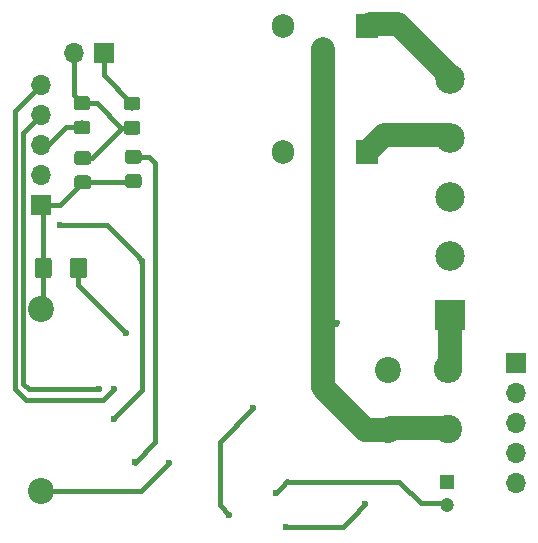
<source format=gbr>
G04 #@! TF.GenerationSoftware,KiCad,Pcbnew,5.0.1*
G04 #@! TF.CreationDate,2019-01-05T16:55:50+01:00*
G04 #@! TF.ProjectId,sensor_board-ac-7 -without-regulator-2,73656E736F725F626F6172642D61632D,V1.2*
G04 #@! TF.SameCoordinates,Original*
G04 #@! TF.FileFunction,Copper,L1,Top,Signal*
G04 #@! TF.FilePolarity,Positive*
%FSLAX46Y46*%
G04 Gerber Fmt 4.6, Leading zero omitted, Abs format (unit mm)*
G04 Created by KiCad (PCBNEW 5.0.1) date Sat 05 Jan 2019 04:55:50 PM CET*
%MOMM*%
%LPD*%
G01*
G04 APERTURE LIST*
G04 #@! TA.AperFunction,Conductor*
%ADD10C,0.100000*%
G04 #@! TD*
G04 #@! TA.AperFunction,SMDPad,CuDef*
%ADD11C,1.425000*%
G04 #@! TD*
G04 #@! TA.AperFunction,ComponentPad*
%ADD12O,2.400000X2.400000*%
G04 #@! TD*
G04 #@! TA.AperFunction,ComponentPad*
%ADD13C,2.400000*%
G04 #@! TD*
G04 #@! TA.AperFunction,ComponentPad*
%ADD14C,2.500000*%
G04 #@! TD*
G04 #@! TA.AperFunction,ComponentPad*
%ADD15R,2.500000X2.500000*%
G04 #@! TD*
G04 #@! TA.AperFunction,ComponentPad*
%ADD16O,1.700000X1.700000*%
G04 #@! TD*
G04 #@! TA.AperFunction,ComponentPad*
%ADD17R,1.700000X1.700000*%
G04 #@! TD*
G04 #@! TA.AperFunction,ComponentPad*
%ADD18C,1.200000*%
G04 #@! TD*
G04 #@! TA.AperFunction,ComponentPad*
%ADD19R,1.200000X1.200000*%
G04 #@! TD*
G04 #@! TA.AperFunction,ComponentPad*
%ADD20C,2.200000*%
G04 #@! TD*
G04 #@! TA.AperFunction,ComponentPad*
%ADD21R,1.905000X2.000000*%
G04 #@! TD*
G04 #@! TA.AperFunction,ComponentPad*
%ADD22O,1.905000X2.000000*%
G04 #@! TD*
G04 #@! TA.AperFunction,SMDPad,CuDef*
%ADD23C,1.150000*%
G04 #@! TD*
G04 #@! TA.AperFunction,ViaPad*
%ADD24C,0.600000*%
G04 #@! TD*
G04 #@! TA.AperFunction,Conductor*
%ADD25C,0.400000*%
G04 #@! TD*
G04 #@! TA.AperFunction,Conductor*
%ADD26C,2.000000*%
G04 #@! TD*
G04 APERTURE END LIST*
D10*
G04 #@! TO.N,GND*
G04 #@! TO.C,C7*
G36*
X34905604Y-47812924D02*
X34929873Y-47816524D01*
X34953671Y-47822485D01*
X34976771Y-47830750D01*
X34998949Y-47841240D01*
X35019993Y-47853853D01*
X35039698Y-47868467D01*
X35057877Y-47884943D01*
X35074353Y-47903122D01*
X35088967Y-47922827D01*
X35101580Y-47943871D01*
X35112070Y-47966049D01*
X35120335Y-47989149D01*
X35126296Y-48012947D01*
X35129896Y-48037216D01*
X35131100Y-48061720D01*
X35131100Y-49311720D01*
X35129896Y-49336224D01*
X35126296Y-49360493D01*
X35120335Y-49384291D01*
X35112070Y-49407391D01*
X35101580Y-49429569D01*
X35088967Y-49450613D01*
X35074353Y-49470318D01*
X35057877Y-49488497D01*
X35039698Y-49504973D01*
X35019993Y-49519587D01*
X34998949Y-49532200D01*
X34976771Y-49542690D01*
X34953671Y-49550955D01*
X34929873Y-49556916D01*
X34905604Y-49560516D01*
X34881100Y-49561720D01*
X33956100Y-49561720D01*
X33931596Y-49560516D01*
X33907327Y-49556916D01*
X33883529Y-49550955D01*
X33860429Y-49542690D01*
X33838251Y-49532200D01*
X33817207Y-49519587D01*
X33797502Y-49504973D01*
X33779323Y-49488497D01*
X33762847Y-49470318D01*
X33748233Y-49450613D01*
X33735620Y-49429569D01*
X33725130Y-49407391D01*
X33716865Y-49384291D01*
X33710904Y-49360493D01*
X33707304Y-49336224D01*
X33706100Y-49311720D01*
X33706100Y-48061720D01*
X33707304Y-48037216D01*
X33710904Y-48012947D01*
X33716865Y-47989149D01*
X33725130Y-47966049D01*
X33735620Y-47943871D01*
X33748233Y-47922827D01*
X33762847Y-47903122D01*
X33779323Y-47884943D01*
X33797502Y-47868467D01*
X33817207Y-47853853D01*
X33838251Y-47841240D01*
X33860429Y-47830750D01*
X33883529Y-47822485D01*
X33907327Y-47816524D01*
X33931596Y-47812924D01*
X33956100Y-47811720D01*
X34881100Y-47811720D01*
X34905604Y-47812924D01*
X34905604Y-47812924D01*
G37*
D11*
G04 #@! TD*
G04 #@! TO.P,C7,1*
G04 #@! TO.N,GND*
X34418600Y-48686720D03*
D10*
G04 #@! TO.N,+3V3*
G04 #@! TO.C,C7*
G36*
X31930604Y-47812924D02*
X31954873Y-47816524D01*
X31978671Y-47822485D01*
X32001771Y-47830750D01*
X32023949Y-47841240D01*
X32044993Y-47853853D01*
X32064698Y-47868467D01*
X32082877Y-47884943D01*
X32099353Y-47903122D01*
X32113967Y-47922827D01*
X32126580Y-47943871D01*
X32137070Y-47966049D01*
X32145335Y-47989149D01*
X32151296Y-48012947D01*
X32154896Y-48037216D01*
X32156100Y-48061720D01*
X32156100Y-49311720D01*
X32154896Y-49336224D01*
X32151296Y-49360493D01*
X32145335Y-49384291D01*
X32137070Y-49407391D01*
X32126580Y-49429569D01*
X32113967Y-49450613D01*
X32099353Y-49470318D01*
X32082877Y-49488497D01*
X32064698Y-49504973D01*
X32044993Y-49519587D01*
X32023949Y-49532200D01*
X32001771Y-49542690D01*
X31978671Y-49550955D01*
X31954873Y-49556916D01*
X31930604Y-49560516D01*
X31906100Y-49561720D01*
X30981100Y-49561720D01*
X30956596Y-49560516D01*
X30932327Y-49556916D01*
X30908529Y-49550955D01*
X30885429Y-49542690D01*
X30863251Y-49532200D01*
X30842207Y-49519587D01*
X30822502Y-49504973D01*
X30804323Y-49488497D01*
X30787847Y-49470318D01*
X30773233Y-49450613D01*
X30760620Y-49429569D01*
X30750130Y-49407391D01*
X30741865Y-49384291D01*
X30735904Y-49360493D01*
X30732304Y-49336224D01*
X30731100Y-49311720D01*
X30731100Y-48061720D01*
X30732304Y-48037216D01*
X30735904Y-48012947D01*
X30741865Y-47989149D01*
X30750130Y-47966049D01*
X30760620Y-47943871D01*
X30773233Y-47922827D01*
X30787847Y-47903122D01*
X30804323Y-47884943D01*
X30822502Y-47868467D01*
X30842207Y-47853853D01*
X30863251Y-47841240D01*
X30885429Y-47830750D01*
X30908529Y-47822485D01*
X30932327Y-47816524D01*
X30956596Y-47812924D01*
X30981100Y-47811720D01*
X31906100Y-47811720D01*
X31930604Y-47812924D01*
X31930604Y-47812924D01*
G37*
D11*
G04 #@! TD*
G04 #@! TO.P,C7,2*
G04 #@! TO.N,+3V3*
X31443600Y-48686720D03*
D12*
G04 #@! TO.P,F1,2*
G04 #@! TO.N,Net-(F1-Pad2)*
X65737740Y-57238900D03*
D13*
G04 #@! TO.P,F1,1*
G04 #@! TO.N,LINE*
X65737740Y-62318900D03*
G04 #@! TD*
D14*
G04 #@! TO.P,J1,5*
G04 #@! TO.N,Net-(J1-Pad5)*
X65854580Y-32661820D03*
G04 #@! TO.P,J1,4*
G04 #@! TO.N,Net-(J1-Pad4)*
X65854580Y-37661820D03*
G04 #@! TO.P,J1,3*
G04 #@! TO.N,SW_1_LINE*
X65854580Y-42661820D03*
G04 #@! TO.P,J1,2*
G04 #@! TO.N,NEUT*
X65854580Y-47661820D03*
D15*
G04 #@! TO.P,J1,1*
G04 #@! TO.N,Net-(F1-Pad2)*
X65854580Y-52661820D03*
G04 #@! TD*
D16*
G04 #@! TO.P,J2,2*
G04 #@! TO.N,Net-(J2-Pad2)*
X34038540Y-30467300D03*
D17*
G04 #@! TO.P,J2,1*
G04 #@! TO.N,Net-(J2-Pad1)*
X36578540Y-30467300D03*
G04 #@! TD*
D18*
G04 #@! TO.P,C2,2*
G04 #@! TO.N,Net-(C2-Pad2)*
X65641220Y-68781681D03*
D19*
G04 #@! TO.P,C2,1*
G04 #@! TO.N,Net-(C2-Pad1)*
X65641220Y-66781680D03*
G04 #@! TD*
D20*
G04 #@! TO.P,U1,1*
G04 #@! TO.N,LINE*
X60661300Y-62370340D03*
G04 #@! TO.P,U1,2*
G04 #@! TO.N,NEUT*
X60661300Y-57370340D03*
G04 #@! TO.P,U1,3*
G04 #@! TO.N,GND*
X31261300Y-67570340D03*
G04 #@! TO.P,U1,4*
G04 #@! TO.N,+3V3*
X31261300Y-52170340D03*
G04 #@! TD*
D16*
G04 #@! TO.P,J3,5*
G04 #@! TO.N,Net-(J3-Pad5)*
X31254700Y-33197800D03*
G04 #@! TO.P,J3,4*
G04 #@! TO.N,Net-(J3-Pad4)*
X31254700Y-35737800D03*
G04 #@! TO.P,J3,3*
G04 #@! TO.N,GND*
X31254700Y-38277800D03*
G04 #@! TO.P,J3,2*
G04 #@! TO.N,N/C*
X31254700Y-40817800D03*
D17*
G04 #@! TO.P,J3,1*
G04 #@! TO.N,+3V3*
X31254700Y-43357800D03*
G04 #@! TD*
D21*
G04 #@! TO.P,Q1,1*
G04 #@! TO.N,Net-(J1-Pad5)*
X58836560Y-28178760D03*
D22*
G04 #@! TO.P,Q1,2*
G04 #@! TO.N,LINE*
X55105300Y-30124400D03*
G04 #@! TO.P,Q1,3*
G04 #@! TO.N,Net-(Q1-Pad3)*
X51706780Y-28196540D03*
G04 #@! TD*
G04 #@! TO.P,Q2,3*
G04 #@! TO.N,Net-(Q2-Pad3)*
X51757580Y-38846760D03*
G04 #@! TO.P,Q2,2*
G04 #@! TO.N,LINE*
X55123080Y-40878760D03*
D21*
G04 #@! TO.P,Q2,1*
G04 #@! TO.N,Net-(J1-Pad4)*
X58864500Y-38834060D03*
G04 #@! TD*
D10*
G04 #@! TO.N,+3V3*
G04 #@! TO.C,R11*
G36*
X35252185Y-40860064D02*
X35276453Y-40863664D01*
X35300252Y-40869625D01*
X35323351Y-40877890D01*
X35345530Y-40888380D01*
X35366573Y-40900992D01*
X35386279Y-40915607D01*
X35404457Y-40932083D01*
X35420933Y-40950261D01*
X35435548Y-40969967D01*
X35448160Y-40991010D01*
X35458650Y-41013189D01*
X35466915Y-41036288D01*
X35472876Y-41060087D01*
X35476476Y-41084355D01*
X35477680Y-41108859D01*
X35477680Y-41758861D01*
X35476476Y-41783365D01*
X35472876Y-41807633D01*
X35466915Y-41831432D01*
X35458650Y-41854531D01*
X35448160Y-41876710D01*
X35435548Y-41897753D01*
X35420933Y-41917459D01*
X35404457Y-41935637D01*
X35386279Y-41952113D01*
X35366573Y-41966728D01*
X35345530Y-41979340D01*
X35323351Y-41989830D01*
X35300252Y-41998095D01*
X35276453Y-42004056D01*
X35252185Y-42007656D01*
X35227681Y-42008860D01*
X34327679Y-42008860D01*
X34303175Y-42007656D01*
X34278907Y-42004056D01*
X34255108Y-41998095D01*
X34232009Y-41989830D01*
X34209830Y-41979340D01*
X34188787Y-41966728D01*
X34169081Y-41952113D01*
X34150903Y-41935637D01*
X34134427Y-41917459D01*
X34119812Y-41897753D01*
X34107200Y-41876710D01*
X34096710Y-41854531D01*
X34088445Y-41831432D01*
X34082484Y-41807633D01*
X34078884Y-41783365D01*
X34077680Y-41758861D01*
X34077680Y-41108859D01*
X34078884Y-41084355D01*
X34082484Y-41060087D01*
X34088445Y-41036288D01*
X34096710Y-41013189D01*
X34107200Y-40991010D01*
X34119812Y-40969967D01*
X34134427Y-40950261D01*
X34150903Y-40932083D01*
X34169081Y-40915607D01*
X34188787Y-40900992D01*
X34209830Y-40888380D01*
X34232009Y-40877890D01*
X34255108Y-40869625D01*
X34278907Y-40863664D01*
X34303175Y-40860064D01*
X34327679Y-40858860D01*
X35227681Y-40858860D01*
X35252185Y-40860064D01*
X35252185Y-40860064D01*
G37*
D23*
G04 #@! TD*
G04 #@! TO.P,R11,2*
G04 #@! TO.N,+3V3*
X34777680Y-41433860D03*
D10*
G04 #@! TO.N,Net-(J2-Pad2)*
G04 #@! TO.C,R11*
G36*
X35252185Y-38810064D02*
X35276453Y-38813664D01*
X35300252Y-38819625D01*
X35323351Y-38827890D01*
X35345530Y-38838380D01*
X35366573Y-38850992D01*
X35386279Y-38865607D01*
X35404457Y-38882083D01*
X35420933Y-38900261D01*
X35435548Y-38919967D01*
X35448160Y-38941010D01*
X35458650Y-38963189D01*
X35466915Y-38986288D01*
X35472876Y-39010087D01*
X35476476Y-39034355D01*
X35477680Y-39058859D01*
X35477680Y-39708861D01*
X35476476Y-39733365D01*
X35472876Y-39757633D01*
X35466915Y-39781432D01*
X35458650Y-39804531D01*
X35448160Y-39826710D01*
X35435548Y-39847753D01*
X35420933Y-39867459D01*
X35404457Y-39885637D01*
X35386279Y-39902113D01*
X35366573Y-39916728D01*
X35345530Y-39929340D01*
X35323351Y-39939830D01*
X35300252Y-39948095D01*
X35276453Y-39954056D01*
X35252185Y-39957656D01*
X35227681Y-39958860D01*
X34327679Y-39958860D01*
X34303175Y-39957656D01*
X34278907Y-39954056D01*
X34255108Y-39948095D01*
X34232009Y-39939830D01*
X34209830Y-39929340D01*
X34188787Y-39916728D01*
X34169081Y-39902113D01*
X34150903Y-39885637D01*
X34134427Y-39867459D01*
X34119812Y-39847753D01*
X34107200Y-39826710D01*
X34096710Y-39804531D01*
X34088445Y-39781432D01*
X34082484Y-39757633D01*
X34078884Y-39733365D01*
X34077680Y-39708861D01*
X34077680Y-39058859D01*
X34078884Y-39034355D01*
X34082484Y-39010087D01*
X34088445Y-38986288D01*
X34096710Y-38963189D01*
X34107200Y-38941010D01*
X34119812Y-38919967D01*
X34134427Y-38900261D01*
X34150903Y-38882083D01*
X34169081Y-38865607D01*
X34188787Y-38850992D01*
X34209830Y-38838380D01*
X34232009Y-38827890D01*
X34255108Y-38819625D01*
X34278907Y-38813664D01*
X34303175Y-38810064D01*
X34327679Y-38808860D01*
X35227681Y-38808860D01*
X35252185Y-38810064D01*
X35252185Y-38810064D01*
G37*
D23*
G04 #@! TD*
G04 #@! TO.P,R11,1*
G04 #@! TO.N,Net-(J2-Pad2)*
X34777680Y-39383860D03*
D10*
G04 #@! TO.N,Net-(J2-Pad1)*
G04 #@! TO.C,R12*
G36*
X39433025Y-34197424D02*
X39457293Y-34201024D01*
X39481092Y-34206985D01*
X39504191Y-34215250D01*
X39526370Y-34225740D01*
X39547413Y-34238352D01*
X39567119Y-34252967D01*
X39585297Y-34269443D01*
X39601773Y-34287621D01*
X39616388Y-34307327D01*
X39629000Y-34328370D01*
X39639490Y-34350549D01*
X39647755Y-34373648D01*
X39653716Y-34397447D01*
X39657316Y-34421715D01*
X39658520Y-34446219D01*
X39658520Y-35096221D01*
X39657316Y-35120725D01*
X39653716Y-35144993D01*
X39647755Y-35168792D01*
X39639490Y-35191891D01*
X39629000Y-35214070D01*
X39616388Y-35235113D01*
X39601773Y-35254819D01*
X39585297Y-35272997D01*
X39567119Y-35289473D01*
X39547413Y-35304088D01*
X39526370Y-35316700D01*
X39504191Y-35327190D01*
X39481092Y-35335455D01*
X39457293Y-35341416D01*
X39433025Y-35345016D01*
X39408521Y-35346220D01*
X38508519Y-35346220D01*
X38484015Y-35345016D01*
X38459747Y-35341416D01*
X38435948Y-35335455D01*
X38412849Y-35327190D01*
X38390670Y-35316700D01*
X38369627Y-35304088D01*
X38349921Y-35289473D01*
X38331743Y-35272997D01*
X38315267Y-35254819D01*
X38300652Y-35235113D01*
X38288040Y-35214070D01*
X38277550Y-35191891D01*
X38269285Y-35168792D01*
X38263324Y-35144993D01*
X38259724Y-35120725D01*
X38258520Y-35096221D01*
X38258520Y-34446219D01*
X38259724Y-34421715D01*
X38263324Y-34397447D01*
X38269285Y-34373648D01*
X38277550Y-34350549D01*
X38288040Y-34328370D01*
X38300652Y-34307327D01*
X38315267Y-34287621D01*
X38331743Y-34269443D01*
X38349921Y-34252967D01*
X38369627Y-34238352D01*
X38390670Y-34225740D01*
X38412849Y-34215250D01*
X38435948Y-34206985D01*
X38459747Y-34201024D01*
X38484015Y-34197424D01*
X38508519Y-34196220D01*
X39408521Y-34196220D01*
X39433025Y-34197424D01*
X39433025Y-34197424D01*
G37*
D23*
G04 #@! TD*
G04 #@! TO.P,R12,2*
G04 #@! TO.N,Net-(J2-Pad1)*
X38958520Y-34771220D03*
D10*
G04 #@! TO.N,Net-(J2-Pad2)*
G04 #@! TO.C,R12*
G36*
X39433025Y-36247424D02*
X39457293Y-36251024D01*
X39481092Y-36256985D01*
X39504191Y-36265250D01*
X39526370Y-36275740D01*
X39547413Y-36288352D01*
X39567119Y-36302967D01*
X39585297Y-36319443D01*
X39601773Y-36337621D01*
X39616388Y-36357327D01*
X39629000Y-36378370D01*
X39639490Y-36400549D01*
X39647755Y-36423648D01*
X39653716Y-36447447D01*
X39657316Y-36471715D01*
X39658520Y-36496219D01*
X39658520Y-37146221D01*
X39657316Y-37170725D01*
X39653716Y-37194993D01*
X39647755Y-37218792D01*
X39639490Y-37241891D01*
X39629000Y-37264070D01*
X39616388Y-37285113D01*
X39601773Y-37304819D01*
X39585297Y-37322997D01*
X39567119Y-37339473D01*
X39547413Y-37354088D01*
X39526370Y-37366700D01*
X39504191Y-37377190D01*
X39481092Y-37385455D01*
X39457293Y-37391416D01*
X39433025Y-37395016D01*
X39408521Y-37396220D01*
X38508519Y-37396220D01*
X38484015Y-37395016D01*
X38459747Y-37391416D01*
X38435948Y-37385455D01*
X38412849Y-37377190D01*
X38390670Y-37366700D01*
X38369627Y-37354088D01*
X38349921Y-37339473D01*
X38331743Y-37322997D01*
X38315267Y-37304819D01*
X38300652Y-37285113D01*
X38288040Y-37264070D01*
X38277550Y-37241891D01*
X38269285Y-37218792D01*
X38263324Y-37194993D01*
X38259724Y-37170725D01*
X38258520Y-37146221D01*
X38258520Y-36496219D01*
X38259724Y-36471715D01*
X38263324Y-36447447D01*
X38269285Y-36423648D01*
X38277550Y-36400549D01*
X38288040Y-36378370D01*
X38300652Y-36357327D01*
X38315267Y-36337621D01*
X38331743Y-36319443D01*
X38349921Y-36302967D01*
X38369627Y-36288352D01*
X38390670Y-36275740D01*
X38412849Y-36265250D01*
X38435948Y-36256985D01*
X38459747Y-36251024D01*
X38484015Y-36247424D01*
X38508519Y-36246220D01*
X39408521Y-36246220D01*
X39433025Y-36247424D01*
X39433025Y-36247424D01*
G37*
D23*
G04 #@! TD*
G04 #@! TO.P,R12,1*
G04 #@! TO.N,Net-(J2-Pad2)*
X38958520Y-36821220D03*
D10*
G04 #@! TO.N,GND*
G04 #@! TO.C,R13*
G36*
X35203925Y-36219484D02*
X35228193Y-36223084D01*
X35251992Y-36229045D01*
X35275091Y-36237310D01*
X35297270Y-36247800D01*
X35318313Y-36260412D01*
X35338019Y-36275027D01*
X35356197Y-36291503D01*
X35372673Y-36309681D01*
X35387288Y-36329387D01*
X35399900Y-36350430D01*
X35410390Y-36372609D01*
X35418655Y-36395708D01*
X35424616Y-36419507D01*
X35428216Y-36443775D01*
X35429420Y-36468279D01*
X35429420Y-37118281D01*
X35428216Y-37142785D01*
X35424616Y-37167053D01*
X35418655Y-37190852D01*
X35410390Y-37213951D01*
X35399900Y-37236130D01*
X35387288Y-37257173D01*
X35372673Y-37276879D01*
X35356197Y-37295057D01*
X35338019Y-37311533D01*
X35318313Y-37326148D01*
X35297270Y-37338760D01*
X35275091Y-37349250D01*
X35251992Y-37357515D01*
X35228193Y-37363476D01*
X35203925Y-37367076D01*
X35179421Y-37368280D01*
X34279419Y-37368280D01*
X34254915Y-37367076D01*
X34230647Y-37363476D01*
X34206848Y-37357515D01*
X34183749Y-37349250D01*
X34161570Y-37338760D01*
X34140527Y-37326148D01*
X34120821Y-37311533D01*
X34102643Y-37295057D01*
X34086167Y-37276879D01*
X34071552Y-37257173D01*
X34058940Y-37236130D01*
X34048450Y-37213951D01*
X34040185Y-37190852D01*
X34034224Y-37167053D01*
X34030624Y-37142785D01*
X34029420Y-37118281D01*
X34029420Y-36468279D01*
X34030624Y-36443775D01*
X34034224Y-36419507D01*
X34040185Y-36395708D01*
X34048450Y-36372609D01*
X34058940Y-36350430D01*
X34071552Y-36329387D01*
X34086167Y-36309681D01*
X34102643Y-36291503D01*
X34120821Y-36275027D01*
X34140527Y-36260412D01*
X34161570Y-36247800D01*
X34183749Y-36237310D01*
X34206848Y-36229045D01*
X34230647Y-36223084D01*
X34254915Y-36219484D01*
X34279419Y-36218280D01*
X35179421Y-36218280D01*
X35203925Y-36219484D01*
X35203925Y-36219484D01*
G37*
D23*
G04 #@! TD*
G04 #@! TO.P,R13,1*
G04 #@! TO.N,GND*
X34729420Y-36793280D03*
D10*
G04 #@! TO.N,Net-(J2-Pad2)*
G04 #@! TO.C,R13*
G36*
X35203925Y-34169484D02*
X35228193Y-34173084D01*
X35251992Y-34179045D01*
X35275091Y-34187310D01*
X35297270Y-34197800D01*
X35318313Y-34210412D01*
X35338019Y-34225027D01*
X35356197Y-34241503D01*
X35372673Y-34259681D01*
X35387288Y-34279387D01*
X35399900Y-34300430D01*
X35410390Y-34322609D01*
X35418655Y-34345708D01*
X35424616Y-34369507D01*
X35428216Y-34393775D01*
X35429420Y-34418279D01*
X35429420Y-35068281D01*
X35428216Y-35092785D01*
X35424616Y-35117053D01*
X35418655Y-35140852D01*
X35410390Y-35163951D01*
X35399900Y-35186130D01*
X35387288Y-35207173D01*
X35372673Y-35226879D01*
X35356197Y-35245057D01*
X35338019Y-35261533D01*
X35318313Y-35276148D01*
X35297270Y-35288760D01*
X35275091Y-35299250D01*
X35251992Y-35307515D01*
X35228193Y-35313476D01*
X35203925Y-35317076D01*
X35179421Y-35318280D01*
X34279419Y-35318280D01*
X34254915Y-35317076D01*
X34230647Y-35313476D01*
X34206848Y-35307515D01*
X34183749Y-35299250D01*
X34161570Y-35288760D01*
X34140527Y-35276148D01*
X34120821Y-35261533D01*
X34102643Y-35245057D01*
X34086167Y-35226879D01*
X34071552Y-35207173D01*
X34058940Y-35186130D01*
X34048450Y-35163951D01*
X34040185Y-35140852D01*
X34034224Y-35117053D01*
X34030624Y-35092785D01*
X34029420Y-35068281D01*
X34029420Y-34418279D01*
X34030624Y-34393775D01*
X34034224Y-34369507D01*
X34040185Y-34345708D01*
X34048450Y-34322609D01*
X34058940Y-34300430D01*
X34071552Y-34279387D01*
X34086167Y-34259681D01*
X34102643Y-34241503D01*
X34120821Y-34225027D01*
X34140527Y-34210412D01*
X34161570Y-34197800D01*
X34183749Y-34187310D01*
X34206848Y-34179045D01*
X34230647Y-34173084D01*
X34254915Y-34169484D01*
X34279419Y-34168280D01*
X35179421Y-34168280D01*
X35203925Y-34169484D01*
X35203925Y-34169484D01*
G37*
D23*
G04 #@! TD*
G04 #@! TO.P,R13,2*
G04 #@! TO.N,Net-(J2-Pad2)*
X34729420Y-34743280D03*
D17*
G04 #@! TO.P,J4,1*
G04 #@! TO.N,N/C*
X71437500Y-56769000D03*
D16*
G04 #@! TO.P,J4,2*
X71437500Y-59309000D03*
G04 #@! TO.P,J4,3*
X71437500Y-61849000D03*
G04 #@! TO.P,J4,4*
X71437500Y-64389000D03*
G04 #@! TO.P,J4,5*
X71437500Y-66929000D03*
G04 #@! TD*
D10*
G04 #@! TO.N,Net-(J5-Pad4)*
G04 #@! TO.C,R15*
G36*
X39537165Y-38700844D02*
X39561433Y-38704444D01*
X39585232Y-38710405D01*
X39608331Y-38718670D01*
X39630510Y-38729160D01*
X39651553Y-38741772D01*
X39671259Y-38756387D01*
X39689437Y-38772863D01*
X39705913Y-38791041D01*
X39720528Y-38810747D01*
X39733140Y-38831790D01*
X39743630Y-38853969D01*
X39751895Y-38877068D01*
X39757856Y-38900867D01*
X39761456Y-38925135D01*
X39762660Y-38949639D01*
X39762660Y-39599641D01*
X39761456Y-39624145D01*
X39757856Y-39648413D01*
X39751895Y-39672212D01*
X39743630Y-39695311D01*
X39733140Y-39717490D01*
X39720528Y-39738533D01*
X39705913Y-39758239D01*
X39689437Y-39776417D01*
X39671259Y-39792893D01*
X39651553Y-39807508D01*
X39630510Y-39820120D01*
X39608331Y-39830610D01*
X39585232Y-39838875D01*
X39561433Y-39844836D01*
X39537165Y-39848436D01*
X39512661Y-39849640D01*
X38612659Y-39849640D01*
X38588155Y-39848436D01*
X38563887Y-39844836D01*
X38540088Y-39838875D01*
X38516989Y-39830610D01*
X38494810Y-39820120D01*
X38473767Y-39807508D01*
X38454061Y-39792893D01*
X38435883Y-39776417D01*
X38419407Y-39758239D01*
X38404792Y-39738533D01*
X38392180Y-39717490D01*
X38381690Y-39695311D01*
X38373425Y-39672212D01*
X38367464Y-39648413D01*
X38363864Y-39624145D01*
X38362660Y-39599641D01*
X38362660Y-38949639D01*
X38363864Y-38925135D01*
X38367464Y-38900867D01*
X38373425Y-38877068D01*
X38381690Y-38853969D01*
X38392180Y-38831790D01*
X38404792Y-38810747D01*
X38419407Y-38791041D01*
X38435883Y-38772863D01*
X38454061Y-38756387D01*
X38473767Y-38741772D01*
X38494810Y-38729160D01*
X38516989Y-38718670D01*
X38540088Y-38710405D01*
X38563887Y-38704444D01*
X38588155Y-38700844D01*
X38612659Y-38699640D01*
X39512661Y-38699640D01*
X39537165Y-38700844D01*
X39537165Y-38700844D01*
G37*
D23*
G04 #@! TD*
G04 #@! TO.P,R15,1*
G04 #@! TO.N,Net-(J5-Pad4)*
X39062660Y-39274640D03*
D10*
G04 #@! TO.N,+3V3*
G04 #@! TO.C,R15*
G36*
X39537165Y-40750844D02*
X39561433Y-40754444D01*
X39585232Y-40760405D01*
X39608331Y-40768670D01*
X39630510Y-40779160D01*
X39651553Y-40791772D01*
X39671259Y-40806387D01*
X39689437Y-40822863D01*
X39705913Y-40841041D01*
X39720528Y-40860747D01*
X39733140Y-40881790D01*
X39743630Y-40903969D01*
X39751895Y-40927068D01*
X39757856Y-40950867D01*
X39761456Y-40975135D01*
X39762660Y-40999639D01*
X39762660Y-41649641D01*
X39761456Y-41674145D01*
X39757856Y-41698413D01*
X39751895Y-41722212D01*
X39743630Y-41745311D01*
X39733140Y-41767490D01*
X39720528Y-41788533D01*
X39705913Y-41808239D01*
X39689437Y-41826417D01*
X39671259Y-41842893D01*
X39651553Y-41857508D01*
X39630510Y-41870120D01*
X39608331Y-41880610D01*
X39585232Y-41888875D01*
X39561433Y-41894836D01*
X39537165Y-41898436D01*
X39512661Y-41899640D01*
X38612659Y-41899640D01*
X38588155Y-41898436D01*
X38563887Y-41894836D01*
X38540088Y-41888875D01*
X38516989Y-41880610D01*
X38494810Y-41870120D01*
X38473767Y-41857508D01*
X38454061Y-41842893D01*
X38435883Y-41826417D01*
X38419407Y-41808239D01*
X38404792Y-41788533D01*
X38392180Y-41767490D01*
X38381690Y-41745311D01*
X38373425Y-41722212D01*
X38367464Y-41698413D01*
X38363864Y-41674145D01*
X38362660Y-41649641D01*
X38362660Y-40999639D01*
X38363864Y-40975135D01*
X38367464Y-40950867D01*
X38373425Y-40927068D01*
X38381690Y-40903969D01*
X38392180Y-40881790D01*
X38404792Y-40860747D01*
X38419407Y-40841041D01*
X38435883Y-40822863D01*
X38454061Y-40806387D01*
X38473767Y-40791772D01*
X38494810Y-40779160D01*
X38516989Y-40768670D01*
X38540088Y-40760405D01*
X38563887Y-40754444D01*
X38588155Y-40750844D01*
X38612659Y-40749640D01*
X39512661Y-40749640D01*
X39537165Y-40750844D01*
X39537165Y-40750844D01*
G37*
D23*
G04 #@! TD*
G04 #@! TO.P,R15,2*
G04 #@! TO.N,+3V3*
X39062660Y-41324640D03*
D24*
G04 #@! TO.N,GND*
X38463220Y-54208680D03*
X42082720Y-65204340D03*
G04 #@! TO.N,LINE*
X56266080Y-53436520D03*
G04 #@! TO.N,Net-(C2-Pad2)*
X51107340Y-67755160D03*
G04 #@! TO.N,Net-(D1-Pad2)*
X52009040Y-70582220D03*
X58707020Y-68714620D03*
G04 #@! TO.N,Net-(Q5-Pad3)*
X47195740Y-69614680D03*
X49237900Y-60545980D03*
G04 #@! TO.N,Net-(J3-Pad5)*
X37401500Y-58978800D03*
G04 #@! TO.N,Net-(J3-Pad4)*
X36131500Y-58966100D03*
G04 #@! TO.N,Net-(J5-Pad4)*
X39203400Y-65151000D03*
G04 #@! TO.N,Net-(R14-Pad1)*
X37426900Y-61468000D03*
X32900620Y-45095160D03*
X39824660Y-48074580D03*
G04 #@! TD*
D25*
G04 #@! TO.N,GND*
X38463220Y-54208680D02*
X38463220Y-54208680D01*
X31261300Y-67570340D02*
X39716720Y-67570340D01*
X39716720Y-67570340D02*
X42082720Y-65204340D01*
X42082720Y-65204340D02*
X42082720Y-65204340D01*
X31254700Y-38277800D02*
X31879540Y-38277800D01*
X33364060Y-36793280D02*
X33395920Y-36793280D01*
X31879540Y-38277800D02*
X33364060Y-36793280D01*
X33395920Y-36793280D02*
X34729420Y-36793280D01*
X34418600Y-48686720D02*
X34418600Y-50164060D01*
X34418600Y-50164060D02*
X38463220Y-54208680D01*
G04 #@! TO.N,+3V3*
X31413700Y-48716620D02*
X31443600Y-48686720D01*
X31413700Y-52726600D02*
X31413700Y-48716620D01*
X31443600Y-43546700D02*
X31254700Y-43357800D01*
X31443600Y-48686720D02*
X31443600Y-43546700D01*
X32853740Y-43357800D02*
X34777680Y-41433860D01*
X31254700Y-43357800D02*
X32853740Y-43357800D01*
X38953440Y-41433860D02*
X39062660Y-41324640D01*
X34777680Y-41433860D02*
X38953440Y-41433860D01*
D26*
G04 #@! TO.N,LINE*
X60801640Y-62230000D02*
X60661300Y-62370340D01*
X65900300Y-62230000D02*
X60801640Y-62230000D01*
X60661300Y-62370340D02*
X58701806Y-62370340D01*
X55105300Y-40860980D02*
X55123080Y-40878760D01*
X55105300Y-30124400D02*
X55105300Y-40860980D01*
X55123080Y-58791614D02*
X58701806Y-62370340D01*
D25*
X55123080Y-53291740D02*
X56301640Y-53291740D01*
D26*
X55123080Y-53291740D02*
X55123080Y-58791614D01*
X55123080Y-40878760D02*
X55123080Y-53291740D01*
G04 #@! TO.N,Net-(F1-Pad2)*
X65859660Y-57109360D02*
X65900300Y-57150000D01*
X65859660Y-52468780D02*
X65859660Y-57109360D01*
D25*
G04 #@! TO.N,Net-(C2-Pad2)*
X63414581Y-68614581D02*
X65641140Y-68614581D01*
X61600000Y-66800000D02*
X63414581Y-68614581D01*
X52115720Y-66800000D02*
X61600080Y-66800000D01*
X51683920Y-67200000D02*
X52115720Y-66768200D01*
X51107340Y-67756260D02*
X51663600Y-67200000D01*
G04 #@! TO.N,Net-(D1-Pad2)*
X56839420Y-70582220D02*
X57600000Y-69821640D01*
X52009040Y-70582220D02*
X56839420Y-70582220D01*
X57600000Y-69821640D02*
X58707020Y-68714620D01*
G04 #@! TO.N,Net-(Q5-Pad3)*
X49237900Y-60545980D02*
X49237900Y-60545980D01*
X49237900Y-60545980D02*
X46381060Y-63402820D01*
X46381060Y-68800000D02*
X47195740Y-69614680D01*
X46381060Y-63402820D02*
X46381060Y-68800000D01*
G04 #@! TO.N,Net-(J2-Pad1)*
X36578540Y-32391240D02*
X38958520Y-34771220D01*
X36578540Y-30467300D02*
X36578540Y-32391240D01*
G04 #@! TO.N,Net-(J2-Pad2)*
X35577680Y-39383860D02*
X38140320Y-36821220D01*
X34777680Y-39383860D02*
X35577680Y-39383860D01*
X38140320Y-36821220D02*
X38229540Y-36821220D01*
X38958520Y-36821220D02*
X38229540Y-36821220D01*
X34038540Y-34052400D02*
X34729420Y-34743280D01*
X34038540Y-30467300D02*
X34038540Y-34052400D01*
X34729420Y-34743280D02*
X35972640Y-34743280D01*
X38050580Y-36821220D02*
X38958520Y-36821220D01*
X35972640Y-34743280D02*
X38050580Y-36821220D01*
G04 #@! TO.N,Net-(J3-Pad5)*
X37401500Y-58978800D02*
X37414200Y-58966100D01*
X36527740Y-59852560D02*
X37401500Y-58978800D01*
X31254700Y-33197800D02*
X29405580Y-35046920D01*
X29405580Y-35046920D02*
X29392880Y-35046920D01*
X29392880Y-35046920D02*
X29065220Y-35374580D01*
X29065220Y-35374580D02*
X29065220Y-58968640D01*
X29065220Y-58968640D02*
X29949140Y-59852560D01*
X29949140Y-59852560D02*
X36527740Y-59852560D01*
G04 #@! TO.N,Net-(J3-Pad4)*
X36131500Y-58966100D02*
X36131500Y-58966100D01*
X30200600Y-58966100D02*
X36131500Y-58966100D01*
X29761299Y-58526799D02*
X30200600Y-58966100D01*
X30404701Y-36587918D02*
X29761299Y-37231320D01*
X30404701Y-36587799D02*
X30404701Y-36587918D01*
X31254700Y-35737800D02*
X30404701Y-36587799D01*
X29761299Y-37231320D02*
X29761299Y-58526799D01*
G04 #@! TO.N,Net-(J5-Pad4)*
X39062660Y-39274640D02*
X40369380Y-39274640D01*
X40916860Y-39822120D02*
X40916860Y-63439040D01*
X40369380Y-39274640D02*
X40916860Y-39822120D01*
X40916860Y-63439040D02*
X39166800Y-65189100D01*
G04 #@! TO.N,Net-(R14-Pad1)*
X39824660Y-48074580D02*
X39824660Y-48074580D01*
X36845240Y-45095160D02*
X32900620Y-45095160D01*
X39824660Y-59006740D02*
X39824660Y-48074580D01*
X37414200Y-61417200D02*
X39824660Y-59006740D01*
X39286180Y-47536100D02*
X36845240Y-45095160D01*
X39824660Y-48074580D02*
X39286180Y-47536100D01*
D26*
G04 #@! TO.N,Net-(J1-Pad5)*
X61442640Y-28051760D02*
X65859660Y-32468780D01*
X59115960Y-28051760D02*
X61442640Y-28051760D01*
G04 #@! TO.N,Net-(J1-Pad4)*
X60278040Y-37468780D02*
X59088020Y-38658800D01*
X65859660Y-37468780D02*
X60278040Y-37468780D01*
G04 #@! TD*
M02*

</source>
